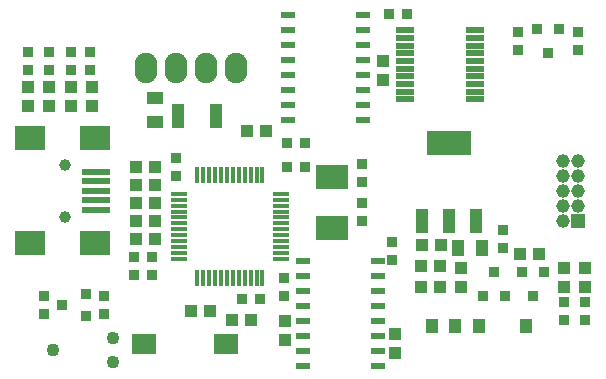
<source format=gts>
G04 #@! TF.FileFunction,Soldermask,Top*
%FSLAX46Y46*%
G04 Gerber Fmt 4.6, Leading zero omitted, Abs format (unit mm)*
G04 Created by KiCad (PCBNEW 4.0.0-rc2-stable) date 17/02/2016 11:29:29*
%MOMM*%
G01*
G04 APERTURE LIST*
%ADD10C,0.100000*%
%ADD11R,1.150000X1.150000*%
%ADD12C,1.150000*%
%ADD13R,0.850000X0.900000*%
%ADD14R,0.900000X0.850000*%
%ADD15O,1.900000X2.600000*%
%ADD16R,1.100760X1.999920*%
%ADD17R,1.100000X1.050000*%
%ADD18R,1.050000X1.100000*%
%ADD19R,0.897560X0.897560*%
%ADD20R,2.401240X0.600380*%
%ADD21R,2.599360X2.098980*%
%ADD22C,0.999160*%
%ADD23R,1.350000X1.100000*%
%ADD24R,1.100000X1.350000*%
%ADD25R,1.400000X0.350000*%
%ADD26R,0.350000X1.400000*%
%ADD27R,1.243000X0.608000*%
%ADD28R,0.900100X0.900100*%
%ADD29R,1.550000X0.550000*%
%ADD30C,1.088060*%
%ADD31C,1.085520*%
%ADD32R,3.757600X2.132000*%
%ADD33R,1.116000X2.132000*%
%ADD34R,1.100000X1.300000*%
%ADD35R,2.100000X1.700000*%
%ADD36R,2.700000X2.000000*%
G04 APERTURE END LIST*
D10*
D11*
X72660000Y81762000D03*
D12*
X72660000Y83032000D03*
X72660000Y84302000D03*
X72660000Y85572000D03*
X72660000Y86842000D03*
X71390000Y83032000D03*
X71390000Y84302000D03*
X71390000Y85572000D03*
X71390000Y86842000D03*
X71390000Y81762000D03*
D13*
X56912000Y78472000D03*
X56912000Y79972000D03*
D14*
X48034000Y86334000D03*
X49534000Y86334000D03*
D15*
X36084000Y94716000D03*
X38624000Y94716000D03*
X41164000Y94716000D03*
X43704000Y94716000D03*
D16*
X42002200Y90652000D03*
X38801800Y90652000D03*
D17*
X56150000Y93662000D03*
X56150000Y95262000D03*
D18*
X39868000Y74142000D03*
X41468000Y74142000D03*
D19*
X71517000Y73392700D03*
X71517000Y74891300D03*
D20*
X31849320Y85902200D03*
X31849320Y85102100D03*
X31849320Y84302000D03*
X31849320Y83501900D03*
X31849320Y82701800D03*
D21*
X31750260Y88752080D03*
X26251160Y88752080D03*
X31750260Y79851920D03*
X26251160Y79851920D03*
D22*
X29250900Y86501640D03*
X29250900Y82102360D03*
D13*
X54372000Y81774000D03*
X54372000Y83274000D03*
X35068000Y77202000D03*
X35068000Y78702000D03*
X54372000Y86576000D03*
X54372000Y85076000D03*
D14*
X45712000Y75158000D03*
X44212000Y75158000D03*
D13*
X36592000Y77202000D03*
X36592000Y78702000D03*
X27448000Y73900000D03*
X27448000Y75400000D03*
X38624000Y85584000D03*
X38624000Y87084000D03*
X32528000Y75400000D03*
X32528000Y73900000D03*
X47768000Y76924000D03*
X47768000Y75424000D03*
X72660000Y96252000D03*
X72660000Y97752000D03*
D14*
X56658000Y99288000D03*
X58158000Y99288000D03*
D13*
X67580000Y97752000D03*
X67580000Y96252000D03*
X66310000Y80988000D03*
X66310000Y79488000D03*
D23*
X36846000Y90160000D03*
X36846000Y92160000D03*
D24*
X62516000Y79476000D03*
X64516000Y79476000D03*
D14*
X49534000Y88366000D03*
X48034000Y88366000D03*
D19*
X29702000Y96049300D03*
X29702000Y94550700D03*
X31384000Y96049300D03*
X31384000Y94550700D03*
X27892000Y96049300D03*
X27892000Y94550700D03*
X26082000Y96049300D03*
X26082000Y94550700D03*
X73295000Y73392700D03*
X73295000Y74891300D03*
D25*
X47546000Y78550000D03*
X47546000Y79050000D03*
X47546000Y79550000D03*
X47546000Y80050000D03*
X47546000Y80550000D03*
X47546000Y81050000D03*
X47546000Y81550000D03*
X47546000Y82050000D03*
X47546000Y82550000D03*
X47546000Y83050000D03*
X47546000Y83550000D03*
X47546000Y84050000D03*
D26*
X45946000Y85650000D03*
X45446000Y85650000D03*
X44946000Y85650000D03*
X44446000Y85650000D03*
X43946000Y85650000D03*
X43446000Y85650000D03*
X42946000Y85650000D03*
X42446000Y85650000D03*
X41946000Y85650000D03*
X41446000Y85650000D03*
X40946000Y85650000D03*
X40446000Y85650000D03*
D25*
X38846000Y84050000D03*
X38846000Y83550000D03*
X38846000Y83050000D03*
X38846000Y82550000D03*
X38846000Y82050000D03*
X38846000Y81550000D03*
X38846000Y81050000D03*
X38846000Y80550000D03*
X38846000Y80050000D03*
X38846000Y79550000D03*
X38846000Y79050000D03*
X38846000Y78550000D03*
D26*
X40446000Y76950000D03*
X40946000Y76950000D03*
X41446000Y76950000D03*
X41946000Y76950000D03*
X42446000Y76950000D03*
X42946000Y76950000D03*
X43446000Y76950000D03*
X43946000Y76950000D03*
X44446000Y76950000D03*
X44946000Y76950000D03*
X45446000Y76950000D03*
X45946000Y76950000D03*
D27*
X55769000Y78333000D03*
X55769000Y75793000D03*
X55769000Y74523000D03*
X55769000Y73253000D03*
X55769000Y71983000D03*
X55769000Y70713000D03*
X55769000Y69443000D03*
X49419000Y69443000D03*
X49419000Y70713000D03*
X49419000Y71983000D03*
X49419000Y73253000D03*
X49419000Y74523000D03*
X49419000Y75793000D03*
X49419000Y77063000D03*
X49419000Y78333000D03*
X55769000Y77063000D03*
X54499000Y99161000D03*
X54499000Y96621000D03*
X54499000Y95351000D03*
X54499000Y94081000D03*
X54499000Y92811000D03*
X54499000Y91541000D03*
X54499000Y90271000D03*
X48149000Y90271000D03*
X48149000Y91541000D03*
X48149000Y92811000D03*
X48149000Y94081000D03*
X48149000Y95351000D03*
X48149000Y96621000D03*
X48149000Y97891000D03*
X48149000Y99161000D03*
X54499000Y97891000D03*
D28*
X30988760Y73700000D03*
X30988760Y75600000D03*
X28989780Y74650000D03*
X71070000Y98002760D03*
X69170000Y98002760D03*
X70120000Y96003780D03*
X64598000Y75427240D03*
X66498000Y75427240D03*
X65548000Y77426220D03*
X69800000Y77428760D03*
X67900000Y77428760D03*
X68850000Y75429780D03*
D29*
X63926000Y92045000D03*
X63926000Y92695000D03*
X63926000Y93345000D03*
X63926000Y93995000D03*
X63926000Y94645000D03*
X63926000Y95295000D03*
X63926000Y95945000D03*
X63926000Y96595000D03*
X63926000Y97245000D03*
X63926000Y97895000D03*
X58026000Y97895000D03*
X58026000Y97245000D03*
X58026000Y96595000D03*
X58026000Y95945000D03*
X58026000Y95295000D03*
X58026000Y94645000D03*
X58026000Y93995000D03*
X58026000Y93345000D03*
X58026000Y92695000D03*
X58026000Y92045000D03*
D30*
X28210000Y70840000D03*
D31*
X33290000Y69824000D03*
X33290000Y71856000D03*
D32*
X61738000Y88366000D03*
D33*
X61738000Y81762000D03*
X64024000Y81762000D03*
X59452000Y81762000D03*
D34*
X60278000Y72840000D03*
X62278000Y72840000D03*
X64278000Y72840000D03*
X68278000Y72840000D03*
D35*
X35886000Y71300000D03*
X42886000Y71300000D03*
D18*
X36884000Y83286000D03*
X35284000Y83286000D03*
X36884000Y81762000D03*
X35284000Y81762000D03*
X35284000Y80238000D03*
X36884000Y80238000D03*
X35284000Y84810000D03*
X36884000Y84810000D03*
X36884000Y86334000D03*
X35284000Y86334000D03*
D17*
X73295000Y76204000D03*
X73295000Y77804000D03*
X29702000Y93100000D03*
X29702000Y91500000D03*
X31512000Y93100000D03*
X31512000Y91500000D03*
X27892000Y93100000D03*
X27892000Y91500000D03*
X26082000Y93100000D03*
X26082000Y91500000D03*
D18*
X44682000Y89382000D03*
X46282000Y89382000D03*
X61014000Y76174000D03*
X59414000Y76174000D03*
X43412000Y73380000D03*
X45012000Y73380000D03*
X61014000Y77952000D03*
X59414000Y77952000D03*
X61026000Y79730000D03*
X59426000Y79730000D03*
D17*
X62754000Y77736000D03*
X62754000Y76136000D03*
D18*
X69396000Y78968000D03*
X67796000Y78968000D03*
D17*
X71517000Y76204000D03*
X71517000Y77804000D03*
X47822000Y73270000D03*
X47822000Y71670000D03*
X57166000Y72148000D03*
X57166000Y70548000D03*
D36*
X51832000Y81136000D03*
X51832000Y85436000D03*
M02*

</source>
